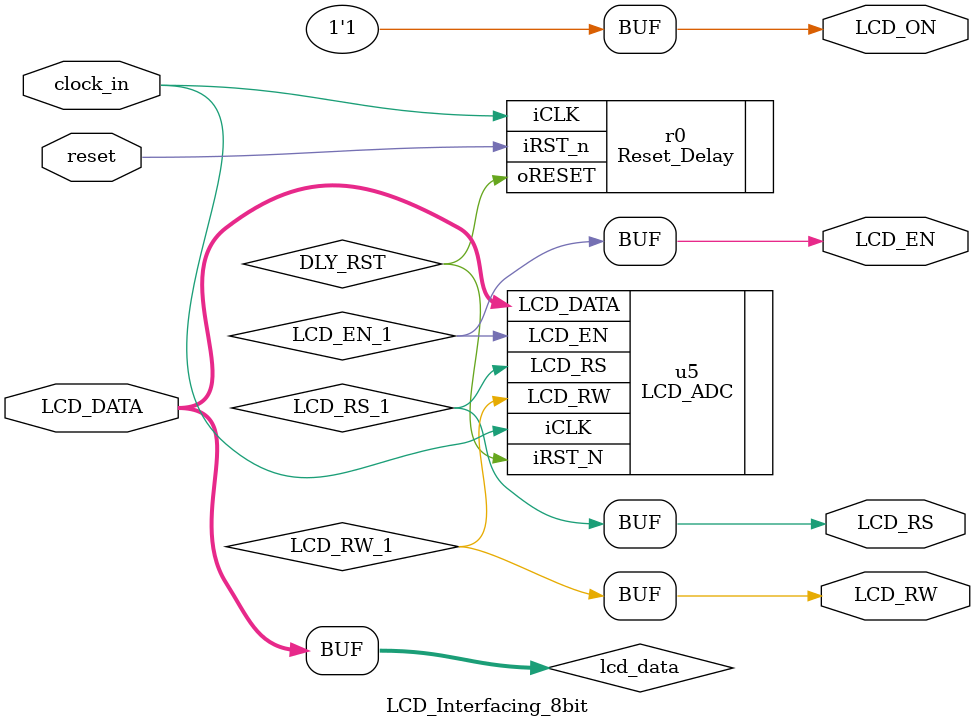
<source format=v>
/* 
 * e-Yantra Summer Internship Programme 2019
 * Project Title: Robot Design using FPGA
 * Members: Karthik K Bhat, Vishal Narkhede
 * Mentors: Simranjit Singh, Lohit Penubaku
 *
 * File name: LCD_Interfacing_8bit.v
 * Module: LCD_Interfacing_8bit
 * Target Device: DE0-Nano Board (EP4CE22F17C6)
 */
`timescale 1ns/1ps

module LCD_Interfacing_8bit(
							input clock_in,								// Clock from FPGA Board
							input reset,									// Reset to refresh LCD 
							inout [7:0] LCD_DATA,						// 8 bit LCD data
							output LCD_EN,									// LCD enable bit
							output LCD_ON,									// Backlight switch
							output LCD_RS,									// LCD register select bit
							output LCD_RW									// LCD read-write bit
						  ); 


	wire 					  [7:0]	   lcd_data; 
	wire       							LCD_RW_1;
	wire       							LCD_EN_1;
	wire       							LCD_RS_1;
	wire		  							DLY_RST;
	assign 							   LCD_DATA = lcd_data;	
	assign 							   LCD_RW   = LCD_RW_1;
	assign 							   LCD_EN   = LCD_EN_1;
	assign 							   LCD_RS   = LCD_RS_1; 
	assign 							   LCD_ON   = 1'b1;

	// --------------------------------------------------------------------- //
	
	Reset_Delay		r0	(
						   .iCLK(clock_in),
							.oRESET(DLY_RST),
							.iRST_n(reset) 	
						);
						
	// --------------------------------------------------------------------- //
	LCD_ADC 		u5	(	
							.iCLK    (clock_in),
							.iRST_N  (DLY_RST),
							.LCD_DATA(lcd_data),
							.LCD_RW  (LCD_RW_1),
							.LCD_EN  (LCD_EN_1),
							.LCD_RS  (LCD_RS_1)
						);

endmodule 
</source>
